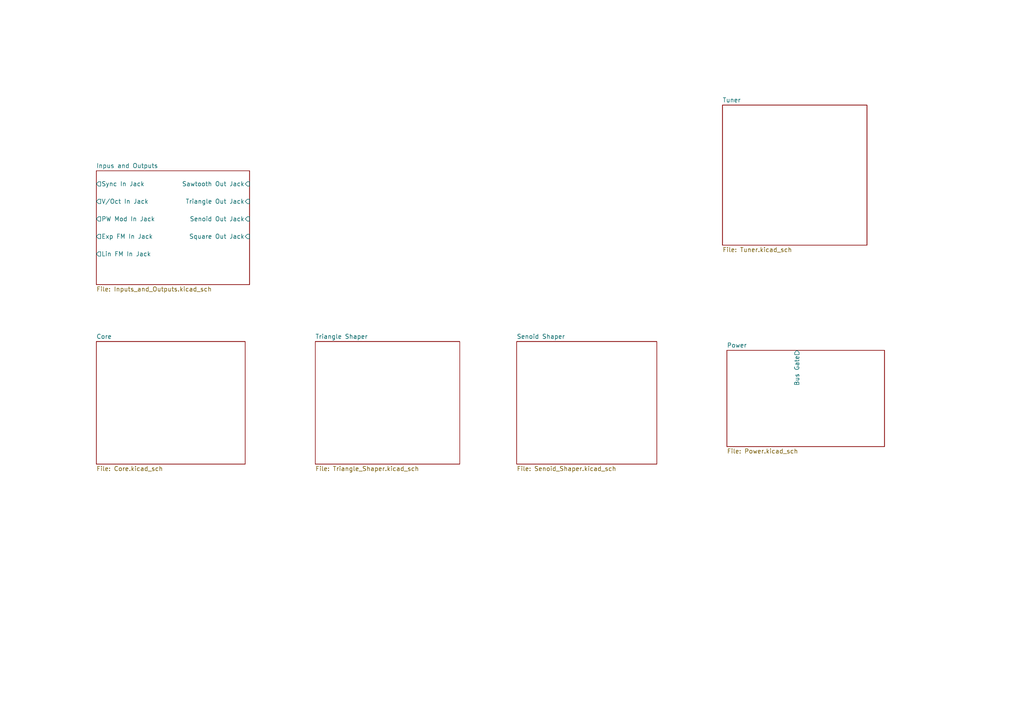
<source format=kicad_sch>
(kicad_sch
	(version 20231120)
	(generator "eeschema")
	(generator_version "8.0")
	(uuid "fefed352-c100-4617-bbfb-c55e7427b122")
	(paper "A4")
	(title_block
		(title "VCO mki PCB")
		(date "2024-06-16")
		(rev "1")
		(company "DMH")
	)
	(lib_symbols)
	(sheet
		(at 91.44 99.06)
		(size 41.91 35.56)
		(fields_autoplaced yes)
		(stroke
			(width 0.1524)
			(type solid)
		)
		(fill
			(color 0 0 0 0.0000)
		)
		(uuid "0e77ed5b-450a-412c-a492-589f053c9c73")
		(property "Sheetname" "Triangle Shaper"
			(at 91.44 98.3484 0)
			(effects
				(font
					(size 1.27 1.27)
				)
				(justify left bottom)
			)
		)
		(property "Sheetfile" "Triangle_Shaper.kicad_sch"
			(at 91.44 135.2046 0)
			(effects
				(font
					(size 1.27 1.27)
				)
				(justify left top)
			)
		)
		(instances
			(project "VCO mki PCB"
				(path "/fefed352-c100-4617-bbfb-c55e7427b122"
					(page "4")
				)
			)
		)
	)
	(sheet
		(at 149.86 99.06)
		(size 40.64 35.56)
		(fields_autoplaced yes)
		(stroke
			(width 0.1524)
			(type solid)
		)
		(fill
			(color 0 0 0 0.0000)
		)
		(uuid "5d4fa276-24f5-484f-b50d-2ebe5f0666ef")
		(property "Sheetname" "Senoid Shaper"
			(at 149.86 98.3484 0)
			(effects
				(font
					(size 1.27 1.27)
				)
				(justify left bottom)
			)
		)
		(property "Sheetfile" "Senoid_Shaper.kicad_sch"
			(at 149.86 135.2046 0)
			(effects
				(font
					(size 1.27 1.27)
				)
				(justify left top)
			)
		)
		(instances
			(project "VCO mki PCB"
				(path "/fefed352-c100-4617-bbfb-c55e7427b122"
					(page "5")
				)
			)
		)
	)
	(sheet
		(at 27.94 99.06)
		(size 43.18 35.56)
		(fields_autoplaced yes)
		(stroke
			(width 0.1524)
			(type solid)
		)
		(fill
			(color 0 0 0 0.0000)
		)
		(uuid "681eb850-910f-47de-ab28-b72b47bdbc38")
		(property "Sheetname" "Core"
			(at 27.94 98.3484 0)
			(effects
				(font
					(size 1.27 1.27)
				)
				(justify left bottom)
			)
		)
		(property "Sheetfile" "Core.kicad_sch"
			(at 27.94 135.2046 0)
			(effects
				(font
					(size 1.27 1.27)
				)
				(justify left top)
			)
		)
		(instances
			(project "VCO mki PCB"
				(path "/fefed352-c100-4617-bbfb-c55e7427b122"
					(page "3")
				)
			)
		)
	)
	(sheet
		(at 210.82 101.6)
		(size 45.72 27.94)
		(fields_autoplaced yes)
		(stroke
			(width 0.1524)
			(type solid)
		)
		(fill
			(color 0 0 0 0.0000)
		)
		(uuid "8c00d0a7-76b0-49e2-9ff5-6f2afc72327a")
		(property "Sheetname" "Power"
			(at 210.82 100.8884 0)
			(effects
				(font
					(size 1.27 1.27)
				)
				(justify left bottom)
			)
		)
		(property "Sheetfile" "Power.kicad_sch"
			(at 210.82 130.1246 0)
			(effects
				(font
					(size 1.27 1.27)
				)
				(justify left top)
			)
		)
		(pin "Bus Gate" output
			(at 231.14 101.6 90)
			(effects
				(font
					(size 1.27 1.27)
				)
				(justify right)
			)
			(uuid "93463f7f-8d36-48ff-af88-c01337bf8883")
		)
		(instances
			(project "VCO mki PCB"
				(path "/fefed352-c100-4617-bbfb-c55e7427b122"
					(page "7")
				)
			)
		)
	)
	(sheet
		(at 27.94 49.53)
		(size 44.45 33.02)
		(fields_autoplaced yes)
		(stroke
			(width 0.1524)
			(type solid)
		)
		(fill
			(color 0 0 0 0.0000)
		)
		(uuid "ebf99e09-ad52-47dc-8eb5-ada2d4a92b7c")
		(property "Sheetname" "Inpus and Outputs"
			(at 27.94 48.8184 0)
			(effects
				(font
					(size 1.27 1.27)
				)
				(justify left bottom)
			)
		)
		(property "Sheetfile" "Inputs_and_Outputs.kicad_sch"
			(at 27.94 83.1346 0)
			(effects
				(font
					(size 1.27 1.27)
				)
				(justify left top)
			)
		)
		(pin "Sync In Jack" output
			(at 27.94 53.34 180)
			(effects
				(font
					(size 1.27 1.27)
				)
				(justify left)
			)
			(uuid "c4a32d23-12a5-453a-9bd7-230e8ecfeef9")
		)
		(pin "V{slash}Oct In Jack" output
			(at 27.94 58.42 180)
			(effects
				(font
					(size 1.27 1.27)
				)
				(justify left)
			)
			(uuid "a36ddf97-184c-4b32-b049-7100c1f1dd4d")
		)
		(pin "PW Mod In Jack" output
			(at 27.94 63.5 180)
			(effects
				(font
					(size 1.27 1.27)
				)
				(justify left)
			)
			(uuid "8d27594c-cbf4-47c2-aa77-bf0ebb87cb4c")
		)
		(pin "Exp FM In Jack" output
			(at 27.94 68.58 180)
			(effects
				(font
					(size 1.27 1.27)
				)
				(justify left)
			)
			(uuid "49366128-2c6d-457a-9883-7ed8177c3654")
		)
		(pin "Lin FM In Jack" output
			(at 27.94 73.66 180)
			(effects
				(font
					(size 1.27 1.27)
				)
				(justify left)
			)
			(uuid "d1b4639d-9276-4502-83d0-33298346bb08")
		)
		(pin "Sawtooth Out Jack" input
			(at 72.39 53.34 0)
			(effects
				(font
					(size 1.27 1.27)
				)
				(justify right)
			)
			(uuid "07083444-b73e-4c76-9e23-6efffd5d7e05")
		)
		(pin "Triangle Out Jack" input
			(at 72.39 58.42 0)
			(effects
				(font
					(size 1.27 1.27)
				)
				(justify right)
			)
			(uuid "3ebc24dd-d726-4884-8aad-3dd50a19ec1d")
		)
		(pin "Senoid Out Jack" input
			(at 72.39 63.5 0)
			(effects
				(font
					(size 1.27 1.27)
				)
				(justify right)
			)
			(uuid "63ddb257-652a-4d57-a0a8-a8b145f342fa")
		)
		(pin "Square Out Jack" input
			(at 72.39 68.58 0)
			(effects
				(font
					(size 1.27 1.27)
				)
				(justify right)
			)
			(uuid "9ad95280-66a4-449e-b74f-f8ba13cf7d53")
		)
		(instances
			(project "VCO mki PCB"
				(path "/fefed352-c100-4617-bbfb-c55e7427b122"
					(page "2")
				)
			)
		)
	)
	(sheet
		(at 209.55 30.48)
		(size 41.91 40.64)
		(fields_autoplaced yes)
		(stroke
			(width 0.1524)
			(type solid)
		)
		(fill
			(color 0 0 0 0.0000)
		)
		(uuid "ec8b77a2-f589-4806-8224-6b0ccc79bab4")
		(property "Sheetname" "Tuner"
			(at 209.55 29.7684 0)
			(effects
				(font
					(size 1.27 1.27)
				)
				(justify left bottom)
			)
		)
		(property "Sheetfile" "Tuner.kicad_sch"
			(at 209.55 71.7046 0)
			(effects
				(font
					(size 1.27 1.27)
				)
				(justify left top)
			)
		)
		(instances
			(project "VCO mki PCB"
				(path "/fefed352-c100-4617-bbfb-c55e7427b122"
					(page "6")
				)
			)
		)
	)
	(sheet_instances
		(path "/"
			(page "1")
		)
	)
)

</source>
